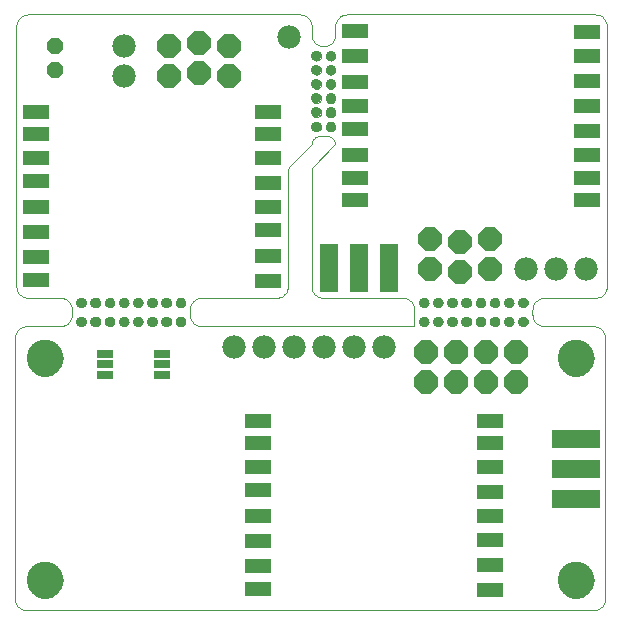
<source format=gbs>
G75*
%MOIN*%
%OFA0B0*%
%FSLAX24Y24*%
%IPPOS*%
%LPD*%
%AMOC8*
5,1,8,0,0,1.08239X$1,22.5*
%
%ADD10C,0.0000*%
%ADD11C,0.0355*%
%ADD12C,0.1221*%
%ADD13OC8,0.0780*%
%ADD14OC8,0.0555*%
%ADD15R,0.0900X0.0460*%
%ADD16C,0.0780*%
%ADD17R,0.0640X0.1640*%
%ADD18R,0.1640X0.0640*%
%ADD19R,0.0540X0.0290*%
D10*
X003717Y001725D02*
X003717Y010398D01*
X003719Y010437D01*
X003725Y010475D01*
X003734Y010512D01*
X003747Y010549D01*
X003764Y010584D01*
X003783Y010617D01*
X003806Y010648D01*
X003832Y010677D01*
X003861Y010703D01*
X003892Y010726D01*
X003925Y010745D01*
X003960Y010762D01*
X003997Y010775D01*
X004034Y010784D01*
X004072Y010790D01*
X004111Y010792D01*
X005225Y010792D01*
X005225Y010791D02*
X005264Y010793D01*
X005302Y010799D01*
X005339Y010808D01*
X005376Y010821D01*
X005411Y010838D01*
X005444Y010857D01*
X005475Y010880D01*
X005504Y010906D01*
X005530Y010935D01*
X005553Y010966D01*
X005572Y010999D01*
X005589Y011034D01*
X005602Y011071D01*
X005611Y011108D01*
X005617Y011146D01*
X005619Y011185D01*
X005618Y011185D02*
X005618Y011264D01*
X005619Y011342D01*
X005776Y011579D02*
X005778Y011604D01*
X005784Y011628D01*
X005793Y011650D01*
X005806Y011671D01*
X005822Y011690D01*
X005841Y011706D01*
X005862Y011719D01*
X005884Y011728D01*
X005908Y011734D01*
X005933Y011736D01*
X005958Y011734D01*
X005982Y011728D01*
X006004Y011719D01*
X006025Y011706D01*
X006044Y011690D01*
X006060Y011671D01*
X006073Y011650D01*
X006082Y011628D01*
X006088Y011604D01*
X006090Y011579D01*
X006088Y011554D01*
X006082Y011530D01*
X006073Y011508D01*
X006060Y011487D01*
X006044Y011468D01*
X006025Y011452D01*
X006004Y011439D01*
X005982Y011430D01*
X005958Y011424D01*
X005933Y011422D01*
X005908Y011424D01*
X005884Y011430D01*
X005862Y011439D01*
X005841Y011452D01*
X005822Y011468D01*
X005806Y011487D01*
X005793Y011508D01*
X005784Y011530D01*
X005778Y011554D01*
X005776Y011579D01*
X005225Y011736D02*
X004161Y011736D01*
X004122Y011738D01*
X004084Y011744D01*
X004047Y011753D01*
X004010Y011766D01*
X003975Y011783D01*
X003942Y011802D01*
X003911Y011825D01*
X003882Y011851D01*
X003856Y011880D01*
X003833Y011911D01*
X003814Y011944D01*
X003797Y011979D01*
X003784Y012016D01*
X003775Y012053D01*
X003769Y012091D01*
X003767Y012130D01*
X003767Y020791D01*
X003769Y020830D01*
X003775Y020868D01*
X003784Y020905D01*
X003797Y020942D01*
X003814Y020977D01*
X003833Y021010D01*
X003856Y021041D01*
X003882Y021070D01*
X003911Y021096D01*
X003942Y021119D01*
X003975Y021138D01*
X004010Y021155D01*
X004047Y021168D01*
X004084Y021177D01*
X004122Y021183D01*
X004161Y021185D01*
X013216Y021185D01*
X013254Y021183D01*
X013293Y021177D01*
X013330Y021168D01*
X013366Y021155D01*
X013401Y021139D01*
X013435Y021119D01*
X013466Y021096D01*
X013494Y021070D01*
X013520Y021041D01*
X013543Y021010D01*
X013563Y020977D01*
X013580Y020942D01*
X013593Y020906D01*
X013602Y020869D01*
X013608Y020831D01*
X013610Y020792D01*
X013609Y020792D02*
X013610Y020515D01*
X013609Y020515D02*
X013611Y020476D01*
X013617Y020438D01*
X013626Y020401D01*
X013639Y020364D01*
X013656Y020330D01*
X013676Y020297D01*
X013699Y020266D01*
X013725Y020237D01*
X013753Y020211D01*
X013784Y020188D01*
X013818Y020168D01*
X013852Y020152D01*
X013889Y020139D01*
X013926Y020130D01*
X013964Y020124D01*
X014003Y020122D01*
X014004Y020122D01*
X013611Y019807D02*
X013613Y019832D01*
X013619Y019856D01*
X013628Y019878D01*
X013641Y019899D01*
X013657Y019918D01*
X013676Y019934D01*
X013697Y019947D01*
X013719Y019956D01*
X013743Y019962D01*
X013768Y019964D01*
X013793Y019962D01*
X013817Y019956D01*
X013839Y019947D01*
X013860Y019934D01*
X013879Y019918D01*
X013895Y019899D01*
X013908Y019878D01*
X013917Y019856D01*
X013923Y019832D01*
X013925Y019807D01*
X013923Y019782D01*
X013917Y019758D01*
X013908Y019736D01*
X013895Y019715D01*
X013879Y019696D01*
X013860Y019680D01*
X013839Y019667D01*
X013817Y019658D01*
X013793Y019652D01*
X013768Y019650D01*
X013743Y019652D01*
X013719Y019658D01*
X013697Y019667D01*
X013676Y019680D01*
X013657Y019696D01*
X013641Y019715D01*
X013628Y019736D01*
X013619Y019758D01*
X013613Y019782D01*
X013611Y019807D01*
X013611Y019335D02*
X013613Y019360D01*
X013619Y019384D01*
X013628Y019406D01*
X013641Y019427D01*
X013657Y019446D01*
X013676Y019462D01*
X013697Y019475D01*
X013719Y019484D01*
X013743Y019490D01*
X013768Y019492D01*
X013793Y019490D01*
X013817Y019484D01*
X013839Y019475D01*
X013860Y019462D01*
X013879Y019446D01*
X013895Y019427D01*
X013908Y019406D01*
X013917Y019384D01*
X013923Y019360D01*
X013925Y019335D01*
X013923Y019310D01*
X013917Y019286D01*
X013908Y019264D01*
X013895Y019243D01*
X013879Y019224D01*
X013860Y019208D01*
X013839Y019195D01*
X013817Y019186D01*
X013793Y019180D01*
X013768Y019178D01*
X013743Y019180D01*
X013719Y019186D01*
X013697Y019195D01*
X013676Y019208D01*
X013657Y019224D01*
X013641Y019243D01*
X013628Y019264D01*
X013619Y019286D01*
X013613Y019310D01*
X013611Y019335D01*
X013611Y018863D02*
X013613Y018888D01*
X013619Y018912D01*
X013628Y018934D01*
X013641Y018955D01*
X013657Y018974D01*
X013676Y018990D01*
X013697Y019003D01*
X013719Y019012D01*
X013743Y019018D01*
X013768Y019020D01*
X013793Y019018D01*
X013817Y019012D01*
X013839Y019003D01*
X013860Y018990D01*
X013879Y018974D01*
X013895Y018955D01*
X013908Y018934D01*
X013917Y018912D01*
X013923Y018888D01*
X013925Y018863D01*
X013923Y018838D01*
X013917Y018814D01*
X013908Y018792D01*
X013895Y018771D01*
X013879Y018752D01*
X013860Y018736D01*
X013839Y018723D01*
X013817Y018714D01*
X013793Y018708D01*
X013768Y018706D01*
X013743Y018708D01*
X013719Y018714D01*
X013697Y018723D01*
X013676Y018736D01*
X013657Y018752D01*
X013641Y018771D01*
X013628Y018792D01*
X013619Y018814D01*
X013613Y018838D01*
X013611Y018863D01*
X014084Y018863D02*
X014086Y018888D01*
X014092Y018912D01*
X014101Y018934D01*
X014114Y018955D01*
X014130Y018974D01*
X014149Y018990D01*
X014170Y019003D01*
X014192Y019012D01*
X014216Y019018D01*
X014241Y019020D01*
X014266Y019018D01*
X014290Y019012D01*
X014312Y019003D01*
X014333Y018990D01*
X014352Y018974D01*
X014368Y018955D01*
X014381Y018934D01*
X014390Y018912D01*
X014396Y018888D01*
X014398Y018863D01*
X014396Y018838D01*
X014390Y018814D01*
X014381Y018792D01*
X014368Y018771D01*
X014352Y018752D01*
X014333Y018736D01*
X014312Y018723D01*
X014290Y018714D01*
X014266Y018708D01*
X014241Y018706D01*
X014216Y018708D01*
X014192Y018714D01*
X014170Y018723D01*
X014149Y018736D01*
X014130Y018752D01*
X014114Y018771D01*
X014101Y018792D01*
X014092Y018814D01*
X014086Y018838D01*
X014084Y018863D01*
X014084Y019335D02*
X014086Y019360D01*
X014092Y019384D01*
X014101Y019406D01*
X014114Y019427D01*
X014130Y019446D01*
X014149Y019462D01*
X014170Y019475D01*
X014192Y019484D01*
X014216Y019490D01*
X014241Y019492D01*
X014266Y019490D01*
X014290Y019484D01*
X014312Y019475D01*
X014333Y019462D01*
X014352Y019446D01*
X014368Y019427D01*
X014381Y019406D01*
X014390Y019384D01*
X014396Y019360D01*
X014398Y019335D01*
X014396Y019310D01*
X014390Y019286D01*
X014381Y019264D01*
X014368Y019243D01*
X014352Y019224D01*
X014333Y019208D01*
X014312Y019195D01*
X014290Y019186D01*
X014266Y019180D01*
X014241Y019178D01*
X014216Y019180D01*
X014192Y019186D01*
X014170Y019195D01*
X014149Y019208D01*
X014130Y019224D01*
X014114Y019243D01*
X014101Y019264D01*
X014092Y019286D01*
X014086Y019310D01*
X014084Y019335D01*
X014084Y019807D02*
X014086Y019832D01*
X014092Y019856D01*
X014101Y019878D01*
X014114Y019899D01*
X014130Y019918D01*
X014149Y019934D01*
X014170Y019947D01*
X014192Y019956D01*
X014216Y019962D01*
X014241Y019964D01*
X014266Y019962D01*
X014290Y019956D01*
X014312Y019947D01*
X014333Y019934D01*
X014352Y019918D01*
X014368Y019899D01*
X014381Y019878D01*
X014390Y019856D01*
X014396Y019832D01*
X014398Y019807D01*
X014396Y019782D01*
X014390Y019758D01*
X014381Y019736D01*
X014368Y019715D01*
X014352Y019696D01*
X014333Y019680D01*
X014312Y019667D01*
X014290Y019658D01*
X014266Y019652D01*
X014241Y019650D01*
X014216Y019652D01*
X014192Y019658D01*
X014170Y019667D01*
X014149Y019680D01*
X014130Y019696D01*
X014114Y019715D01*
X014101Y019736D01*
X014092Y019758D01*
X014086Y019782D01*
X014084Y019807D01*
X014004Y020122D02*
X014043Y020124D01*
X014081Y020130D01*
X014118Y020139D01*
X014155Y020152D01*
X014190Y020169D01*
X014223Y020188D01*
X014254Y020211D01*
X014283Y020237D01*
X014309Y020266D01*
X014332Y020297D01*
X014351Y020330D01*
X014368Y020365D01*
X014381Y020402D01*
X014390Y020439D01*
X014396Y020477D01*
X014398Y020516D01*
X014398Y020792D01*
X014400Y020831D01*
X014406Y020869D01*
X014415Y020906D01*
X014428Y020943D01*
X014445Y020978D01*
X014464Y021011D01*
X014487Y021042D01*
X014513Y021071D01*
X014542Y021097D01*
X014573Y021120D01*
X014606Y021139D01*
X014641Y021156D01*
X014678Y021169D01*
X014715Y021178D01*
X014753Y021184D01*
X014792Y021186D01*
X014792Y021185D02*
X023059Y021185D01*
X023059Y021186D02*
X023098Y021184D01*
X023136Y021178D01*
X023173Y021169D01*
X023210Y021156D01*
X023245Y021139D01*
X023278Y021120D01*
X023309Y021097D01*
X023338Y021071D01*
X023364Y021042D01*
X023387Y021011D01*
X023406Y020978D01*
X023423Y020943D01*
X023436Y020906D01*
X023445Y020869D01*
X023451Y020831D01*
X023453Y020792D01*
X023453Y012130D01*
X023451Y012091D01*
X023445Y012053D01*
X023436Y012016D01*
X023423Y011979D01*
X023406Y011944D01*
X023387Y011911D01*
X023364Y011880D01*
X023338Y011851D01*
X023309Y011825D01*
X023278Y011802D01*
X023245Y011783D01*
X023210Y011766D01*
X023173Y011753D01*
X023136Y011744D01*
X023098Y011738D01*
X023059Y011736D01*
X023059Y011737D02*
X021367Y011737D01*
X021328Y011735D01*
X021290Y011729D01*
X021253Y011720D01*
X021216Y011707D01*
X021181Y011690D01*
X021148Y011671D01*
X021117Y011648D01*
X021088Y011622D01*
X021062Y011593D01*
X021039Y011562D01*
X021020Y011529D01*
X021003Y011494D01*
X020990Y011457D01*
X020981Y011420D01*
X020975Y011382D01*
X020973Y011343D01*
X020973Y011304D01*
X020973Y011185D01*
X020501Y010949D02*
X020503Y010974D01*
X020509Y010998D01*
X020518Y011020D01*
X020531Y011041D01*
X020547Y011060D01*
X020566Y011076D01*
X020587Y011089D01*
X020609Y011098D01*
X020633Y011104D01*
X020658Y011106D01*
X020683Y011104D01*
X020707Y011098D01*
X020729Y011089D01*
X020750Y011076D01*
X020769Y011060D01*
X020785Y011041D01*
X020798Y011020D01*
X020807Y010998D01*
X020813Y010974D01*
X020815Y010949D01*
X020813Y010924D01*
X020807Y010900D01*
X020798Y010878D01*
X020785Y010857D01*
X020769Y010838D01*
X020750Y010822D01*
X020729Y010809D01*
X020707Y010800D01*
X020683Y010794D01*
X020658Y010792D01*
X020633Y010794D01*
X020609Y010800D01*
X020587Y010809D01*
X020566Y010822D01*
X020547Y010838D01*
X020531Y010857D01*
X020518Y010878D01*
X020509Y010900D01*
X020503Y010924D01*
X020501Y010949D01*
X020028Y010949D02*
X020030Y010974D01*
X020036Y010998D01*
X020045Y011020D01*
X020058Y011041D01*
X020074Y011060D01*
X020093Y011076D01*
X020114Y011089D01*
X020136Y011098D01*
X020160Y011104D01*
X020185Y011106D01*
X020210Y011104D01*
X020234Y011098D01*
X020256Y011089D01*
X020277Y011076D01*
X020296Y011060D01*
X020312Y011041D01*
X020325Y011020D01*
X020334Y010998D01*
X020340Y010974D01*
X020342Y010949D01*
X020340Y010924D01*
X020334Y010900D01*
X020325Y010878D01*
X020312Y010857D01*
X020296Y010838D01*
X020277Y010822D01*
X020256Y010809D01*
X020234Y010800D01*
X020210Y010794D01*
X020185Y010792D01*
X020160Y010794D01*
X020136Y010800D01*
X020114Y010809D01*
X020093Y010822D01*
X020074Y010838D01*
X020058Y010857D01*
X020045Y010878D01*
X020036Y010900D01*
X020030Y010924D01*
X020028Y010949D01*
X019556Y010949D02*
X019558Y010974D01*
X019564Y010998D01*
X019573Y011020D01*
X019586Y011041D01*
X019602Y011060D01*
X019621Y011076D01*
X019642Y011089D01*
X019664Y011098D01*
X019688Y011104D01*
X019713Y011106D01*
X019738Y011104D01*
X019762Y011098D01*
X019784Y011089D01*
X019805Y011076D01*
X019824Y011060D01*
X019840Y011041D01*
X019853Y011020D01*
X019862Y010998D01*
X019868Y010974D01*
X019870Y010949D01*
X019868Y010924D01*
X019862Y010900D01*
X019853Y010878D01*
X019840Y010857D01*
X019824Y010838D01*
X019805Y010822D01*
X019784Y010809D01*
X019762Y010800D01*
X019738Y010794D01*
X019713Y010792D01*
X019688Y010794D01*
X019664Y010800D01*
X019642Y010809D01*
X019621Y010822D01*
X019602Y010838D01*
X019586Y010857D01*
X019573Y010878D01*
X019564Y010900D01*
X019558Y010924D01*
X019556Y010949D01*
X019084Y010949D02*
X019086Y010974D01*
X019092Y010998D01*
X019101Y011020D01*
X019114Y011041D01*
X019130Y011060D01*
X019149Y011076D01*
X019170Y011089D01*
X019192Y011098D01*
X019216Y011104D01*
X019241Y011106D01*
X019266Y011104D01*
X019290Y011098D01*
X019312Y011089D01*
X019333Y011076D01*
X019352Y011060D01*
X019368Y011041D01*
X019381Y011020D01*
X019390Y010998D01*
X019396Y010974D01*
X019398Y010949D01*
X019396Y010924D01*
X019390Y010900D01*
X019381Y010878D01*
X019368Y010857D01*
X019352Y010838D01*
X019333Y010822D01*
X019312Y010809D01*
X019290Y010800D01*
X019266Y010794D01*
X019241Y010792D01*
X019216Y010794D01*
X019192Y010800D01*
X019170Y010809D01*
X019149Y010822D01*
X019130Y010838D01*
X019114Y010857D01*
X019101Y010878D01*
X019092Y010900D01*
X019086Y010924D01*
X019084Y010949D01*
X018611Y010949D02*
X018613Y010974D01*
X018619Y010998D01*
X018628Y011020D01*
X018641Y011041D01*
X018657Y011060D01*
X018676Y011076D01*
X018697Y011089D01*
X018719Y011098D01*
X018743Y011104D01*
X018768Y011106D01*
X018793Y011104D01*
X018817Y011098D01*
X018839Y011089D01*
X018860Y011076D01*
X018879Y011060D01*
X018895Y011041D01*
X018908Y011020D01*
X018917Y010998D01*
X018923Y010974D01*
X018925Y010949D01*
X018923Y010924D01*
X018917Y010900D01*
X018908Y010878D01*
X018895Y010857D01*
X018879Y010838D01*
X018860Y010822D01*
X018839Y010809D01*
X018817Y010800D01*
X018793Y010794D01*
X018768Y010792D01*
X018743Y010794D01*
X018719Y010800D01*
X018697Y010809D01*
X018676Y010822D01*
X018657Y010838D01*
X018641Y010857D01*
X018628Y010878D01*
X018619Y010900D01*
X018613Y010924D01*
X018611Y010949D01*
X018139Y010949D02*
X018141Y010974D01*
X018147Y010998D01*
X018156Y011020D01*
X018169Y011041D01*
X018185Y011060D01*
X018204Y011076D01*
X018225Y011089D01*
X018247Y011098D01*
X018271Y011104D01*
X018296Y011106D01*
X018321Y011104D01*
X018345Y011098D01*
X018367Y011089D01*
X018388Y011076D01*
X018407Y011060D01*
X018423Y011041D01*
X018436Y011020D01*
X018445Y010998D01*
X018451Y010974D01*
X018453Y010949D01*
X018451Y010924D01*
X018445Y010900D01*
X018436Y010878D01*
X018423Y010857D01*
X018407Y010838D01*
X018388Y010822D01*
X018367Y010809D01*
X018345Y010800D01*
X018321Y010794D01*
X018296Y010792D01*
X018271Y010794D01*
X018247Y010800D01*
X018225Y010809D01*
X018204Y010822D01*
X018185Y010838D01*
X018169Y010857D01*
X018156Y010878D01*
X018147Y010900D01*
X018141Y010924D01*
X018139Y010949D01*
X017666Y010949D02*
X017668Y010974D01*
X017674Y010998D01*
X017683Y011020D01*
X017696Y011041D01*
X017712Y011060D01*
X017731Y011076D01*
X017752Y011089D01*
X017774Y011098D01*
X017798Y011104D01*
X017823Y011106D01*
X017848Y011104D01*
X017872Y011098D01*
X017894Y011089D01*
X017915Y011076D01*
X017934Y011060D01*
X017950Y011041D01*
X017963Y011020D01*
X017972Y010998D01*
X017978Y010974D01*
X017980Y010949D01*
X017978Y010924D01*
X017972Y010900D01*
X017963Y010878D01*
X017950Y010857D01*
X017934Y010838D01*
X017915Y010822D01*
X017894Y010809D01*
X017872Y010800D01*
X017848Y010794D01*
X017823Y010792D01*
X017798Y010794D01*
X017774Y010800D01*
X017752Y010809D01*
X017731Y010822D01*
X017712Y010838D01*
X017696Y010857D01*
X017683Y010878D01*
X017674Y010900D01*
X017668Y010924D01*
X017666Y010949D01*
X017194Y010949D02*
X017196Y010974D01*
X017202Y010998D01*
X017211Y011020D01*
X017224Y011041D01*
X017240Y011060D01*
X017259Y011076D01*
X017280Y011089D01*
X017302Y011098D01*
X017326Y011104D01*
X017351Y011106D01*
X017376Y011104D01*
X017400Y011098D01*
X017422Y011089D01*
X017443Y011076D01*
X017462Y011060D01*
X017478Y011041D01*
X017491Y011020D01*
X017500Y010998D01*
X017506Y010974D01*
X017508Y010949D01*
X017506Y010924D01*
X017500Y010900D01*
X017491Y010878D01*
X017478Y010857D01*
X017462Y010838D01*
X017443Y010822D01*
X017422Y010809D01*
X017400Y010800D01*
X017376Y010794D01*
X017351Y010792D01*
X017326Y010794D01*
X017302Y010800D01*
X017280Y010809D01*
X017259Y010822D01*
X017240Y010838D01*
X017224Y010857D01*
X017211Y010878D01*
X017202Y010900D01*
X017196Y010924D01*
X017194Y010949D01*
X017036Y010792D02*
X009949Y010792D01*
X009949Y010791D02*
X009910Y010793D01*
X009872Y010799D01*
X009835Y010808D01*
X009798Y010821D01*
X009763Y010838D01*
X009730Y010857D01*
X009699Y010880D01*
X009670Y010906D01*
X009644Y010935D01*
X009621Y010966D01*
X009602Y010999D01*
X009585Y011034D01*
X009572Y011071D01*
X009563Y011108D01*
X009557Y011146D01*
X009555Y011185D01*
X009555Y011225D01*
X009555Y011343D01*
X009084Y011579D02*
X009086Y011604D01*
X009092Y011628D01*
X009101Y011650D01*
X009114Y011671D01*
X009130Y011690D01*
X009149Y011706D01*
X009170Y011719D01*
X009192Y011728D01*
X009216Y011734D01*
X009241Y011736D01*
X009266Y011734D01*
X009290Y011728D01*
X009312Y011719D01*
X009333Y011706D01*
X009352Y011690D01*
X009368Y011671D01*
X009381Y011650D01*
X009390Y011628D01*
X009396Y011604D01*
X009398Y011579D01*
X009396Y011554D01*
X009390Y011530D01*
X009381Y011508D01*
X009368Y011487D01*
X009352Y011468D01*
X009333Y011452D01*
X009312Y011439D01*
X009290Y011430D01*
X009266Y011424D01*
X009241Y011422D01*
X009216Y011424D01*
X009192Y011430D01*
X009170Y011439D01*
X009149Y011452D01*
X009130Y011468D01*
X009114Y011487D01*
X009101Y011508D01*
X009092Y011530D01*
X009086Y011554D01*
X009084Y011579D01*
X008611Y011579D02*
X008613Y011604D01*
X008619Y011628D01*
X008628Y011650D01*
X008641Y011671D01*
X008657Y011690D01*
X008676Y011706D01*
X008697Y011719D01*
X008719Y011728D01*
X008743Y011734D01*
X008768Y011736D01*
X008793Y011734D01*
X008817Y011728D01*
X008839Y011719D01*
X008860Y011706D01*
X008879Y011690D01*
X008895Y011671D01*
X008908Y011650D01*
X008917Y011628D01*
X008923Y011604D01*
X008925Y011579D01*
X008923Y011554D01*
X008917Y011530D01*
X008908Y011508D01*
X008895Y011487D01*
X008879Y011468D01*
X008860Y011452D01*
X008839Y011439D01*
X008817Y011430D01*
X008793Y011424D01*
X008768Y011422D01*
X008743Y011424D01*
X008719Y011430D01*
X008697Y011439D01*
X008676Y011452D01*
X008657Y011468D01*
X008641Y011487D01*
X008628Y011508D01*
X008619Y011530D01*
X008613Y011554D01*
X008611Y011579D01*
X008139Y011579D02*
X008141Y011604D01*
X008147Y011628D01*
X008156Y011650D01*
X008169Y011671D01*
X008185Y011690D01*
X008204Y011706D01*
X008225Y011719D01*
X008247Y011728D01*
X008271Y011734D01*
X008296Y011736D01*
X008321Y011734D01*
X008345Y011728D01*
X008367Y011719D01*
X008388Y011706D01*
X008407Y011690D01*
X008423Y011671D01*
X008436Y011650D01*
X008445Y011628D01*
X008451Y011604D01*
X008453Y011579D01*
X008451Y011554D01*
X008445Y011530D01*
X008436Y011508D01*
X008423Y011487D01*
X008407Y011468D01*
X008388Y011452D01*
X008367Y011439D01*
X008345Y011430D01*
X008321Y011424D01*
X008296Y011422D01*
X008271Y011424D01*
X008247Y011430D01*
X008225Y011439D01*
X008204Y011452D01*
X008185Y011468D01*
X008169Y011487D01*
X008156Y011508D01*
X008147Y011530D01*
X008141Y011554D01*
X008139Y011579D01*
X007666Y011579D02*
X007668Y011604D01*
X007674Y011628D01*
X007683Y011650D01*
X007696Y011671D01*
X007712Y011690D01*
X007731Y011706D01*
X007752Y011719D01*
X007774Y011728D01*
X007798Y011734D01*
X007823Y011736D01*
X007848Y011734D01*
X007872Y011728D01*
X007894Y011719D01*
X007915Y011706D01*
X007934Y011690D01*
X007950Y011671D01*
X007963Y011650D01*
X007972Y011628D01*
X007978Y011604D01*
X007980Y011579D01*
X007978Y011554D01*
X007972Y011530D01*
X007963Y011508D01*
X007950Y011487D01*
X007934Y011468D01*
X007915Y011452D01*
X007894Y011439D01*
X007872Y011430D01*
X007848Y011424D01*
X007823Y011422D01*
X007798Y011424D01*
X007774Y011430D01*
X007752Y011439D01*
X007731Y011452D01*
X007712Y011468D01*
X007696Y011487D01*
X007683Y011508D01*
X007674Y011530D01*
X007668Y011554D01*
X007666Y011579D01*
X007194Y011579D02*
X007196Y011604D01*
X007202Y011628D01*
X007211Y011650D01*
X007224Y011671D01*
X007240Y011690D01*
X007259Y011706D01*
X007280Y011719D01*
X007302Y011728D01*
X007326Y011734D01*
X007351Y011736D01*
X007376Y011734D01*
X007400Y011728D01*
X007422Y011719D01*
X007443Y011706D01*
X007462Y011690D01*
X007478Y011671D01*
X007491Y011650D01*
X007500Y011628D01*
X007506Y011604D01*
X007508Y011579D01*
X007506Y011554D01*
X007500Y011530D01*
X007491Y011508D01*
X007478Y011487D01*
X007462Y011468D01*
X007443Y011452D01*
X007422Y011439D01*
X007400Y011430D01*
X007376Y011424D01*
X007351Y011422D01*
X007326Y011424D01*
X007302Y011430D01*
X007280Y011439D01*
X007259Y011452D01*
X007240Y011468D01*
X007224Y011487D01*
X007211Y011508D01*
X007202Y011530D01*
X007196Y011554D01*
X007194Y011579D01*
X006721Y011579D02*
X006723Y011604D01*
X006729Y011628D01*
X006738Y011650D01*
X006751Y011671D01*
X006767Y011690D01*
X006786Y011706D01*
X006807Y011719D01*
X006829Y011728D01*
X006853Y011734D01*
X006878Y011736D01*
X006903Y011734D01*
X006927Y011728D01*
X006949Y011719D01*
X006970Y011706D01*
X006989Y011690D01*
X007005Y011671D01*
X007018Y011650D01*
X007027Y011628D01*
X007033Y011604D01*
X007035Y011579D01*
X007033Y011554D01*
X007027Y011530D01*
X007018Y011508D01*
X007005Y011487D01*
X006989Y011468D01*
X006970Y011452D01*
X006949Y011439D01*
X006927Y011430D01*
X006903Y011424D01*
X006878Y011422D01*
X006853Y011424D01*
X006829Y011430D01*
X006807Y011439D01*
X006786Y011452D01*
X006767Y011468D01*
X006751Y011487D01*
X006738Y011508D01*
X006729Y011530D01*
X006723Y011554D01*
X006721Y011579D01*
X006249Y011579D02*
X006251Y011604D01*
X006257Y011628D01*
X006266Y011650D01*
X006279Y011671D01*
X006295Y011690D01*
X006314Y011706D01*
X006335Y011719D01*
X006357Y011728D01*
X006381Y011734D01*
X006406Y011736D01*
X006431Y011734D01*
X006455Y011728D01*
X006477Y011719D01*
X006498Y011706D01*
X006517Y011690D01*
X006533Y011671D01*
X006546Y011650D01*
X006555Y011628D01*
X006561Y011604D01*
X006563Y011579D01*
X006561Y011554D01*
X006555Y011530D01*
X006546Y011508D01*
X006533Y011487D01*
X006517Y011468D01*
X006498Y011452D01*
X006477Y011439D01*
X006455Y011430D01*
X006431Y011424D01*
X006406Y011422D01*
X006381Y011424D01*
X006357Y011430D01*
X006335Y011439D01*
X006314Y011452D01*
X006295Y011468D01*
X006279Y011487D01*
X006266Y011508D01*
X006257Y011530D01*
X006251Y011554D01*
X006249Y011579D01*
X006249Y010949D02*
X006251Y010974D01*
X006257Y010998D01*
X006266Y011020D01*
X006279Y011041D01*
X006295Y011060D01*
X006314Y011076D01*
X006335Y011089D01*
X006357Y011098D01*
X006381Y011104D01*
X006406Y011106D01*
X006431Y011104D01*
X006455Y011098D01*
X006477Y011089D01*
X006498Y011076D01*
X006517Y011060D01*
X006533Y011041D01*
X006546Y011020D01*
X006555Y010998D01*
X006561Y010974D01*
X006563Y010949D01*
X006561Y010924D01*
X006555Y010900D01*
X006546Y010878D01*
X006533Y010857D01*
X006517Y010838D01*
X006498Y010822D01*
X006477Y010809D01*
X006455Y010800D01*
X006431Y010794D01*
X006406Y010792D01*
X006381Y010794D01*
X006357Y010800D01*
X006335Y010809D01*
X006314Y010822D01*
X006295Y010838D01*
X006279Y010857D01*
X006266Y010878D01*
X006257Y010900D01*
X006251Y010924D01*
X006249Y010949D01*
X005776Y010949D02*
X005778Y010974D01*
X005784Y010998D01*
X005793Y011020D01*
X005806Y011041D01*
X005822Y011060D01*
X005841Y011076D01*
X005862Y011089D01*
X005884Y011098D01*
X005908Y011104D01*
X005933Y011106D01*
X005958Y011104D01*
X005982Y011098D01*
X006004Y011089D01*
X006025Y011076D01*
X006044Y011060D01*
X006060Y011041D01*
X006073Y011020D01*
X006082Y010998D01*
X006088Y010974D01*
X006090Y010949D01*
X006088Y010924D01*
X006082Y010900D01*
X006073Y010878D01*
X006060Y010857D01*
X006044Y010838D01*
X006025Y010822D01*
X006004Y010809D01*
X005982Y010800D01*
X005958Y010794D01*
X005933Y010792D01*
X005908Y010794D01*
X005884Y010800D01*
X005862Y010809D01*
X005841Y010822D01*
X005822Y010838D01*
X005806Y010857D01*
X005793Y010878D01*
X005784Y010900D01*
X005778Y010924D01*
X005776Y010949D01*
X005619Y011343D02*
X005617Y011381D01*
X005611Y011420D01*
X005602Y011457D01*
X005589Y011494D01*
X005573Y011529D01*
X005553Y011562D01*
X005530Y011593D01*
X005504Y011622D01*
X005475Y011648D01*
X005444Y011671D01*
X005411Y011690D01*
X005376Y011707D01*
X005339Y011720D01*
X005302Y011729D01*
X005264Y011735D01*
X005225Y011737D01*
X006721Y010949D02*
X006723Y010974D01*
X006729Y010998D01*
X006738Y011020D01*
X006751Y011041D01*
X006767Y011060D01*
X006786Y011076D01*
X006807Y011089D01*
X006829Y011098D01*
X006853Y011104D01*
X006878Y011106D01*
X006903Y011104D01*
X006927Y011098D01*
X006949Y011089D01*
X006970Y011076D01*
X006989Y011060D01*
X007005Y011041D01*
X007018Y011020D01*
X007027Y010998D01*
X007033Y010974D01*
X007035Y010949D01*
X007033Y010924D01*
X007027Y010900D01*
X007018Y010878D01*
X007005Y010857D01*
X006989Y010838D01*
X006970Y010822D01*
X006949Y010809D01*
X006927Y010800D01*
X006903Y010794D01*
X006878Y010792D01*
X006853Y010794D01*
X006829Y010800D01*
X006807Y010809D01*
X006786Y010822D01*
X006767Y010838D01*
X006751Y010857D01*
X006738Y010878D01*
X006729Y010900D01*
X006723Y010924D01*
X006721Y010949D01*
X007194Y010949D02*
X007196Y010974D01*
X007202Y010998D01*
X007211Y011020D01*
X007224Y011041D01*
X007240Y011060D01*
X007259Y011076D01*
X007280Y011089D01*
X007302Y011098D01*
X007326Y011104D01*
X007351Y011106D01*
X007376Y011104D01*
X007400Y011098D01*
X007422Y011089D01*
X007443Y011076D01*
X007462Y011060D01*
X007478Y011041D01*
X007491Y011020D01*
X007500Y010998D01*
X007506Y010974D01*
X007508Y010949D01*
X007506Y010924D01*
X007500Y010900D01*
X007491Y010878D01*
X007478Y010857D01*
X007462Y010838D01*
X007443Y010822D01*
X007422Y010809D01*
X007400Y010800D01*
X007376Y010794D01*
X007351Y010792D01*
X007326Y010794D01*
X007302Y010800D01*
X007280Y010809D01*
X007259Y010822D01*
X007240Y010838D01*
X007224Y010857D01*
X007211Y010878D01*
X007202Y010900D01*
X007196Y010924D01*
X007194Y010949D01*
X007666Y010949D02*
X007668Y010974D01*
X007674Y010998D01*
X007683Y011020D01*
X007696Y011041D01*
X007712Y011060D01*
X007731Y011076D01*
X007752Y011089D01*
X007774Y011098D01*
X007798Y011104D01*
X007823Y011106D01*
X007848Y011104D01*
X007872Y011098D01*
X007894Y011089D01*
X007915Y011076D01*
X007934Y011060D01*
X007950Y011041D01*
X007963Y011020D01*
X007972Y010998D01*
X007978Y010974D01*
X007980Y010949D01*
X007978Y010924D01*
X007972Y010900D01*
X007963Y010878D01*
X007950Y010857D01*
X007934Y010838D01*
X007915Y010822D01*
X007894Y010809D01*
X007872Y010800D01*
X007848Y010794D01*
X007823Y010792D01*
X007798Y010794D01*
X007774Y010800D01*
X007752Y010809D01*
X007731Y010822D01*
X007712Y010838D01*
X007696Y010857D01*
X007683Y010878D01*
X007674Y010900D01*
X007668Y010924D01*
X007666Y010949D01*
X008139Y010949D02*
X008141Y010974D01*
X008147Y010998D01*
X008156Y011020D01*
X008169Y011041D01*
X008185Y011060D01*
X008204Y011076D01*
X008225Y011089D01*
X008247Y011098D01*
X008271Y011104D01*
X008296Y011106D01*
X008321Y011104D01*
X008345Y011098D01*
X008367Y011089D01*
X008388Y011076D01*
X008407Y011060D01*
X008423Y011041D01*
X008436Y011020D01*
X008445Y010998D01*
X008451Y010974D01*
X008453Y010949D01*
X008451Y010924D01*
X008445Y010900D01*
X008436Y010878D01*
X008423Y010857D01*
X008407Y010838D01*
X008388Y010822D01*
X008367Y010809D01*
X008345Y010800D01*
X008321Y010794D01*
X008296Y010792D01*
X008271Y010794D01*
X008247Y010800D01*
X008225Y010809D01*
X008204Y010822D01*
X008185Y010838D01*
X008169Y010857D01*
X008156Y010878D01*
X008147Y010900D01*
X008141Y010924D01*
X008139Y010949D01*
X008611Y010949D02*
X008613Y010974D01*
X008619Y010998D01*
X008628Y011020D01*
X008641Y011041D01*
X008657Y011060D01*
X008676Y011076D01*
X008697Y011089D01*
X008719Y011098D01*
X008743Y011104D01*
X008768Y011106D01*
X008793Y011104D01*
X008817Y011098D01*
X008839Y011089D01*
X008860Y011076D01*
X008879Y011060D01*
X008895Y011041D01*
X008908Y011020D01*
X008917Y010998D01*
X008923Y010974D01*
X008925Y010949D01*
X008923Y010924D01*
X008917Y010900D01*
X008908Y010878D01*
X008895Y010857D01*
X008879Y010838D01*
X008860Y010822D01*
X008839Y010809D01*
X008817Y010800D01*
X008793Y010794D01*
X008768Y010792D01*
X008743Y010794D01*
X008719Y010800D01*
X008697Y010809D01*
X008676Y010822D01*
X008657Y010838D01*
X008641Y010857D01*
X008628Y010878D01*
X008619Y010900D01*
X008613Y010924D01*
X008611Y010949D01*
X009084Y010949D02*
X009086Y010974D01*
X009092Y010998D01*
X009101Y011020D01*
X009114Y011041D01*
X009130Y011060D01*
X009149Y011076D01*
X009170Y011089D01*
X009192Y011098D01*
X009216Y011104D01*
X009241Y011106D01*
X009266Y011104D01*
X009290Y011098D01*
X009312Y011089D01*
X009333Y011076D01*
X009352Y011060D01*
X009368Y011041D01*
X009381Y011020D01*
X009390Y010998D01*
X009396Y010974D01*
X009398Y010949D01*
X009396Y010924D01*
X009390Y010900D01*
X009381Y010878D01*
X009368Y010857D01*
X009352Y010838D01*
X009333Y010822D01*
X009312Y010809D01*
X009290Y010800D01*
X009266Y010794D01*
X009241Y010792D01*
X009216Y010794D01*
X009192Y010800D01*
X009170Y010809D01*
X009149Y010822D01*
X009130Y010838D01*
X009114Y010857D01*
X009101Y010878D01*
X009092Y010900D01*
X009086Y010924D01*
X009084Y010949D01*
X009555Y011343D02*
X009557Y011382D01*
X009563Y011420D01*
X009572Y011457D01*
X009585Y011494D01*
X009602Y011529D01*
X009621Y011562D01*
X009644Y011593D01*
X009670Y011622D01*
X009699Y011648D01*
X009730Y011671D01*
X009763Y011690D01*
X009798Y011707D01*
X009835Y011720D01*
X009872Y011729D01*
X009910Y011735D01*
X009949Y011737D01*
X012428Y011736D01*
X012467Y011738D01*
X012505Y011744D01*
X012542Y011754D01*
X012579Y011767D01*
X012613Y011783D01*
X012647Y011803D01*
X012677Y011826D01*
X012706Y011852D01*
X012732Y011881D01*
X012755Y011911D01*
X012775Y011944D01*
X012791Y011979D01*
X012804Y012016D01*
X012814Y012053D01*
X012820Y012091D01*
X012822Y012129D01*
X012822Y012130D02*
X012822Y015904D01*
X012824Y015943D01*
X012830Y015981D01*
X012839Y016018D01*
X012852Y016055D01*
X012869Y016090D01*
X012888Y016123D01*
X012911Y016154D01*
X012937Y016183D01*
X012937Y016182D02*
X013609Y016854D01*
X013610Y016854D02*
X013612Y016885D01*
X013617Y016916D01*
X013626Y016945D01*
X013638Y016974D01*
X013653Y017001D01*
X013671Y017026D01*
X013692Y017049D01*
X013715Y017070D01*
X013740Y017088D01*
X013767Y017103D01*
X013796Y017115D01*
X013826Y017123D01*
X013856Y017128D01*
X013887Y017130D01*
X014004Y017130D01*
X014122Y017130D01*
X014122Y017131D02*
X014153Y017129D01*
X014183Y017124D01*
X014213Y017116D01*
X014242Y017104D01*
X014269Y017089D01*
X014294Y017071D01*
X014317Y017050D01*
X014338Y017027D01*
X014356Y017002D01*
X014371Y016975D01*
X014383Y016946D01*
X014391Y016916D01*
X014396Y016886D01*
X014398Y016855D01*
X013611Y016067D01*
X013611Y012130D01*
X013610Y012130D02*
X013612Y012091D01*
X013618Y012053D01*
X013627Y012016D01*
X013640Y011979D01*
X013657Y011944D01*
X013676Y011911D01*
X013699Y011880D01*
X013725Y011851D01*
X013754Y011825D01*
X013785Y011802D01*
X013818Y011783D01*
X013853Y011766D01*
X013890Y011753D01*
X013927Y011744D01*
X013965Y011738D01*
X014004Y011736D01*
X014004Y011737D02*
X016642Y011737D01*
X016681Y011735D01*
X016719Y011729D01*
X016756Y011720D01*
X016793Y011707D01*
X016828Y011690D01*
X016861Y011671D01*
X016892Y011648D01*
X016921Y011622D01*
X016947Y011593D01*
X016970Y011562D01*
X016989Y011529D01*
X017006Y011494D01*
X017019Y011457D01*
X017028Y011420D01*
X017034Y011382D01*
X017036Y011343D01*
X017036Y011304D01*
X017036Y011225D01*
X017036Y010792D01*
X017194Y011579D02*
X017196Y011604D01*
X017202Y011628D01*
X017211Y011650D01*
X017224Y011671D01*
X017240Y011690D01*
X017259Y011706D01*
X017280Y011719D01*
X017302Y011728D01*
X017326Y011734D01*
X017351Y011736D01*
X017376Y011734D01*
X017400Y011728D01*
X017422Y011719D01*
X017443Y011706D01*
X017462Y011690D01*
X017478Y011671D01*
X017491Y011650D01*
X017500Y011628D01*
X017506Y011604D01*
X017508Y011579D01*
X017506Y011554D01*
X017500Y011530D01*
X017491Y011508D01*
X017478Y011487D01*
X017462Y011468D01*
X017443Y011452D01*
X017422Y011439D01*
X017400Y011430D01*
X017376Y011424D01*
X017351Y011422D01*
X017326Y011424D01*
X017302Y011430D01*
X017280Y011439D01*
X017259Y011452D01*
X017240Y011468D01*
X017224Y011487D01*
X017211Y011508D01*
X017202Y011530D01*
X017196Y011554D01*
X017194Y011579D01*
X017666Y011579D02*
X017668Y011604D01*
X017674Y011628D01*
X017683Y011650D01*
X017696Y011671D01*
X017712Y011690D01*
X017731Y011706D01*
X017752Y011719D01*
X017774Y011728D01*
X017798Y011734D01*
X017823Y011736D01*
X017848Y011734D01*
X017872Y011728D01*
X017894Y011719D01*
X017915Y011706D01*
X017934Y011690D01*
X017950Y011671D01*
X017963Y011650D01*
X017972Y011628D01*
X017978Y011604D01*
X017980Y011579D01*
X017978Y011554D01*
X017972Y011530D01*
X017963Y011508D01*
X017950Y011487D01*
X017934Y011468D01*
X017915Y011452D01*
X017894Y011439D01*
X017872Y011430D01*
X017848Y011424D01*
X017823Y011422D01*
X017798Y011424D01*
X017774Y011430D01*
X017752Y011439D01*
X017731Y011452D01*
X017712Y011468D01*
X017696Y011487D01*
X017683Y011508D01*
X017674Y011530D01*
X017668Y011554D01*
X017666Y011579D01*
X018139Y011579D02*
X018141Y011604D01*
X018147Y011628D01*
X018156Y011650D01*
X018169Y011671D01*
X018185Y011690D01*
X018204Y011706D01*
X018225Y011719D01*
X018247Y011728D01*
X018271Y011734D01*
X018296Y011736D01*
X018321Y011734D01*
X018345Y011728D01*
X018367Y011719D01*
X018388Y011706D01*
X018407Y011690D01*
X018423Y011671D01*
X018436Y011650D01*
X018445Y011628D01*
X018451Y011604D01*
X018453Y011579D01*
X018451Y011554D01*
X018445Y011530D01*
X018436Y011508D01*
X018423Y011487D01*
X018407Y011468D01*
X018388Y011452D01*
X018367Y011439D01*
X018345Y011430D01*
X018321Y011424D01*
X018296Y011422D01*
X018271Y011424D01*
X018247Y011430D01*
X018225Y011439D01*
X018204Y011452D01*
X018185Y011468D01*
X018169Y011487D01*
X018156Y011508D01*
X018147Y011530D01*
X018141Y011554D01*
X018139Y011579D01*
X018611Y011579D02*
X018613Y011604D01*
X018619Y011628D01*
X018628Y011650D01*
X018641Y011671D01*
X018657Y011690D01*
X018676Y011706D01*
X018697Y011719D01*
X018719Y011728D01*
X018743Y011734D01*
X018768Y011736D01*
X018793Y011734D01*
X018817Y011728D01*
X018839Y011719D01*
X018860Y011706D01*
X018879Y011690D01*
X018895Y011671D01*
X018908Y011650D01*
X018917Y011628D01*
X018923Y011604D01*
X018925Y011579D01*
X018923Y011554D01*
X018917Y011530D01*
X018908Y011508D01*
X018895Y011487D01*
X018879Y011468D01*
X018860Y011452D01*
X018839Y011439D01*
X018817Y011430D01*
X018793Y011424D01*
X018768Y011422D01*
X018743Y011424D01*
X018719Y011430D01*
X018697Y011439D01*
X018676Y011452D01*
X018657Y011468D01*
X018641Y011487D01*
X018628Y011508D01*
X018619Y011530D01*
X018613Y011554D01*
X018611Y011579D01*
X019084Y011579D02*
X019086Y011604D01*
X019092Y011628D01*
X019101Y011650D01*
X019114Y011671D01*
X019130Y011690D01*
X019149Y011706D01*
X019170Y011719D01*
X019192Y011728D01*
X019216Y011734D01*
X019241Y011736D01*
X019266Y011734D01*
X019290Y011728D01*
X019312Y011719D01*
X019333Y011706D01*
X019352Y011690D01*
X019368Y011671D01*
X019381Y011650D01*
X019390Y011628D01*
X019396Y011604D01*
X019398Y011579D01*
X019396Y011554D01*
X019390Y011530D01*
X019381Y011508D01*
X019368Y011487D01*
X019352Y011468D01*
X019333Y011452D01*
X019312Y011439D01*
X019290Y011430D01*
X019266Y011424D01*
X019241Y011422D01*
X019216Y011424D01*
X019192Y011430D01*
X019170Y011439D01*
X019149Y011452D01*
X019130Y011468D01*
X019114Y011487D01*
X019101Y011508D01*
X019092Y011530D01*
X019086Y011554D01*
X019084Y011579D01*
X019556Y011579D02*
X019558Y011604D01*
X019564Y011628D01*
X019573Y011650D01*
X019586Y011671D01*
X019602Y011690D01*
X019621Y011706D01*
X019642Y011719D01*
X019664Y011728D01*
X019688Y011734D01*
X019713Y011736D01*
X019738Y011734D01*
X019762Y011728D01*
X019784Y011719D01*
X019805Y011706D01*
X019824Y011690D01*
X019840Y011671D01*
X019853Y011650D01*
X019862Y011628D01*
X019868Y011604D01*
X019870Y011579D01*
X019868Y011554D01*
X019862Y011530D01*
X019853Y011508D01*
X019840Y011487D01*
X019824Y011468D01*
X019805Y011452D01*
X019784Y011439D01*
X019762Y011430D01*
X019738Y011424D01*
X019713Y011422D01*
X019688Y011424D01*
X019664Y011430D01*
X019642Y011439D01*
X019621Y011452D01*
X019602Y011468D01*
X019586Y011487D01*
X019573Y011508D01*
X019564Y011530D01*
X019558Y011554D01*
X019556Y011579D01*
X020028Y011579D02*
X020030Y011604D01*
X020036Y011628D01*
X020045Y011650D01*
X020058Y011671D01*
X020074Y011690D01*
X020093Y011706D01*
X020114Y011719D01*
X020136Y011728D01*
X020160Y011734D01*
X020185Y011736D01*
X020210Y011734D01*
X020234Y011728D01*
X020256Y011719D01*
X020277Y011706D01*
X020296Y011690D01*
X020312Y011671D01*
X020325Y011650D01*
X020334Y011628D01*
X020340Y011604D01*
X020342Y011579D01*
X020340Y011554D01*
X020334Y011530D01*
X020325Y011508D01*
X020312Y011487D01*
X020296Y011468D01*
X020277Y011452D01*
X020256Y011439D01*
X020234Y011430D01*
X020210Y011424D01*
X020185Y011422D01*
X020160Y011424D01*
X020136Y011430D01*
X020114Y011439D01*
X020093Y011452D01*
X020074Y011468D01*
X020058Y011487D01*
X020045Y011508D01*
X020036Y011530D01*
X020030Y011554D01*
X020028Y011579D01*
X020501Y011579D02*
X020503Y011604D01*
X020509Y011628D01*
X020518Y011650D01*
X020531Y011671D01*
X020547Y011690D01*
X020566Y011706D01*
X020587Y011719D01*
X020609Y011728D01*
X020633Y011734D01*
X020658Y011736D01*
X020683Y011734D01*
X020707Y011728D01*
X020729Y011719D01*
X020750Y011706D01*
X020769Y011690D01*
X020785Y011671D01*
X020798Y011650D01*
X020807Y011628D01*
X020813Y011604D01*
X020815Y011579D01*
X020813Y011554D01*
X020807Y011530D01*
X020798Y011508D01*
X020785Y011487D01*
X020769Y011468D01*
X020750Y011452D01*
X020729Y011439D01*
X020707Y011430D01*
X020683Y011424D01*
X020658Y011422D01*
X020633Y011424D01*
X020609Y011430D01*
X020587Y011439D01*
X020566Y011452D01*
X020547Y011468D01*
X020531Y011487D01*
X020518Y011508D01*
X020509Y011530D01*
X020503Y011554D01*
X020501Y011579D01*
X020973Y011185D02*
X020975Y011146D01*
X020981Y011108D01*
X020990Y011071D01*
X021003Y011034D01*
X021020Y010999D01*
X021039Y010966D01*
X021062Y010935D01*
X021088Y010906D01*
X021117Y010880D01*
X021148Y010857D01*
X021181Y010838D01*
X021216Y010821D01*
X021253Y010808D01*
X021290Y010799D01*
X021328Y010793D01*
X021367Y010791D01*
X021367Y010792D02*
X023008Y010792D01*
X023047Y010790D01*
X023085Y010784D01*
X023122Y010775D01*
X023159Y010762D01*
X023194Y010745D01*
X023227Y010726D01*
X023258Y010703D01*
X023287Y010677D01*
X023313Y010648D01*
X023336Y010617D01*
X023355Y010584D01*
X023372Y010549D01*
X023385Y010512D01*
X023394Y010475D01*
X023400Y010437D01*
X023402Y010398D01*
X023402Y001725D01*
X023400Y001686D01*
X023394Y001648D01*
X023385Y001611D01*
X023372Y001574D01*
X023355Y001539D01*
X023336Y001506D01*
X023313Y001475D01*
X023287Y001446D01*
X023258Y001420D01*
X023227Y001397D01*
X023194Y001378D01*
X023159Y001361D01*
X023122Y001348D01*
X023085Y001339D01*
X023047Y001333D01*
X023008Y001331D01*
X004111Y001331D01*
X004072Y001333D01*
X004034Y001339D01*
X003997Y001348D01*
X003960Y001361D01*
X003925Y001378D01*
X003892Y001397D01*
X003861Y001420D01*
X003832Y001446D01*
X003806Y001475D01*
X003783Y001506D01*
X003764Y001539D01*
X003747Y001574D01*
X003734Y001611D01*
X003725Y001648D01*
X003719Y001686D01*
X003717Y001725D01*
X004126Y002331D02*
X004128Y002379D01*
X004134Y002427D01*
X004144Y002474D01*
X004157Y002520D01*
X004175Y002565D01*
X004195Y002609D01*
X004220Y002651D01*
X004248Y002690D01*
X004278Y002727D01*
X004312Y002761D01*
X004349Y002793D01*
X004387Y002822D01*
X004428Y002847D01*
X004471Y002869D01*
X004516Y002887D01*
X004562Y002901D01*
X004609Y002912D01*
X004657Y002919D01*
X004705Y002922D01*
X004753Y002921D01*
X004801Y002916D01*
X004849Y002907D01*
X004895Y002895D01*
X004940Y002878D01*
X004984Y002858D01*
X005026Y002835D01*
X005066Y002808D01*
X005104Y002778D01*
X005139Y002745D01*
X005171Y002709D01*
X005201Y002671D01*
X005227Y002630D01*
X005249Y002587D01*
X005269Y002543D01*
X005284Y002498D01*
X005296Y002451D01*
X005304Y002403D01*
X005308Y002355D01*
X005308Y002307D01*
X005304Y002259D01*
X005296Y002211D01*
X005284Y002164D01*
X005269Y002119D01*
X005249Y002075D01*
X005227Y002032D01*
X005201Y001991D01*
X005171Y001953D01*
X005139Y001917D01*
X005104Y001884D01*
X005066Y001854D01*
X005026Y001827D01*
X004984Y001804D01*
X004940Y001784D01*
X004895Y001767D01*
X004849Y001755D01*
X004801Y001746D01*
X004753Y001741D01*
X004705Y001740D01*
X004657Y001743D01*
X004609Y001750D01*
X004562Y001761D01*
X004516Y001775D01*
X004471Y001793D01*
X004428Y001815D01*
X004387Y001840D01*
X004349Y001869D01*
X004312Y001901D01*
X004278Y001935D01*
X004248Y001972D01*
X004220Y002011D01*
X004195Y002053D01*
X004175Y002097D01*
X004157Y002142D01*
X004144Y002188D01*
X004134Y002235D01*
X004128Y002283D01*
X004126Y002331D01*
X004126Y009731D02*
X004128Y009779D01*
X004134Y009827D01*
X004144Y009874D01*
X004157Y009920D01*
X004175Y009965D01*
X004195Y010009D01*
X004220Y010051D01*
X004248Y010090D01*
X004278Y010127D01*
X004312Y010161D01*
X004349Y010193D01*
X004387Y010222D01*
X004428Y010247D01*
X004471Y010269D01*
X004516Y010287D01*
X004562Y010301D01*
X004609Y010312D01*
X004657Y010319D01*
X004705Y010322D01*
X004753Y010321D01*
X004801Y010316D01*
X004849Y010307D01*
X004895Y010295D01*
X004940Y010278D01*
X004984Y010258D01*
X005026Y010235D01*
X005066Y010208D01*
X005104Y010178D01*
X005139Y010145D01*
X005171Y010109D01*
X005201Y010071D01*
X005227Y010030D01*
X005249Y009987D01*
X005269Y009943D01*
X005284Y009898D01*
X005296Y009851D01*
X005304Y009803D01*
X005308Y009755D01*
X005308Y009707D01*
X005304Y009659D01*
X005296Y009611D01*
X005284Y009564D01*
X005269Y009519D01*
X005249Y009475D01*
X005227Y009432D01*
X005201Y009391D01*
X005171Y009353D01*
X005139Y009317D01*
X005104Y009284D01*
X005066Y009254D01*
X005026Y009227D01*
X004984Y009204D01*
X004940Y009184D01*
X004895Y009167D01*
X004849Y009155D01*
X004801Y009146D01*
X004753Y009141D01*
X004705Y009140D01*
X004657Y009143D01*
X004609Y009150D01*
X004562Y009161D01*
X004516Y009175D01*
X004471Y009193D01*
X004428Y009215D01*
X004387Y009240D01*
X004349Y009269D01*
X004312Y009301D01*
X004278Y009335D01*
X004248Y009372D01*
X004220Y009411D01*
X004195Y009453D01*
X004175Y009497D01*
X004157Y009542D01*
X004144Y009588D01*
X004134Y009635D01*
X004128Y009683D01*
X004126Y009731D01*
X013611Y017445D02*
X013613Y017470D01*
X013619Y017494D01*
X013628Y017516D01*
X013641Y017537D01*
X013657Y017556D01*
X013676Y017572D01*
X013697Y017585D01*
X013719Y017594D01*
X013743Y017600D01*
X013768Y017602D01*
X013793Y017600D01*
X013817Y017594D01*
X013839Y017585D01*
X013860Y017572D01*
X013879Y017556D01*
X013895Y017537D01*
X013908Y017516D01*
X013917Y017494D01*
X013923Y017470D01*
X013925Y017445D01*
X013923Y017420D01*
X013917Y017396D01*
X013908Y017374D01*
X013895Y017353D01*
X013879Y017334D01*
X013860Y017318D01*
X013839Y017305D01*
X013817Y017296D01*
X013793Y017290D01*
X013768Y017288D01*
X013743Y017290D01*
X013719Y017296D01*
X013697Y017305D01*
X013676Y017318D01*
X013657Y017334D01*
X013641Y017353D01*
X013628Y017374D01*
X013619Y017396D01*
X013613Y017420D01*
X013611Y017445D01*
X013611Y017918D02*
X013613Y017943D01*
X013619Y017967D01*
X013628Y017989D01*
X013641Y018010D01*
X013657Y018029D01*
X013676Y018045D01*
X013697Y018058D01*
X013719Y018067D01*
X013743Y018073D01*
X013768Y018075D01*
X013793Y018073D01*
X013817Y018067D01*
X013839Y018058D01*
X013860Y018045D01*
X013879Y018029D01*
X013895Y018010D01*
X013908Y017989D01*
X013917Y017967D01*
X013923Y017943D01*
X013925Y017918D01*
X013923Y017893D01*
X013917Y017869D01*
X013908Y017847D01*
X013895Y017826D01*
X013879Y017807D01*
X013860Y017791D01*
X013839Y017778D01*
X013817Y017769D01*
X013793Y017763D01*
X013768Y017761D01*
X013743Y017763D01*
X013719Y017769D01*
X013697Y017778D01*
X013676Y017791D01*
X013657Y017807D01*
X013641Y017826D01*
X013628Y017847D01*
X013619Y017869D01*
X013613Y017893D01*
X013611Y017918D01*
X013611Y018390D02*
X013613Y018415D01*
X013619Y018439D01*
X013628Y018461D01*
X013641Y018482D01*
X013657Y018501D01*
X013676Y018517D01*
X013697Y018530D01*
X013719Y018539D01*
X013743Y018545D01*
X013768Y018547D01*
X013793Y018545D01*
X013817Y018539D01*
X013839Y018530D01*
X013860Y018517D01*
X013879Y018501D01*
X013895Y018482D01*
X013908Y018461D01*
X013917Y018439D01*
X013923Y018415D01*
X013925Y018390D01*
X013923Y018365D01*
X013917Y018341D01*
X013908Y018319D01*
X013895Y018298D01*
X013879Y018279D01*
X013860Y018263D01*
X013839Y018250D01*
X013817Y018241D01*
X013793Y018235D01*
X013768Y018233D01*
X013743Y018235D01*
X013719Y018241D01*
X013697Y018250D01*
X013676Y018263D01*
X013657Y018279D01*
X013641Y018298D01*
X013628Y018319D01*
X013619Y018341D01*
X013613Y018365D01*
X013611Y018390D01*
X014084Y018390D02*
X014086Y018415D01*
X014092Y018439D01*
X014101Y018461D01*
X014114Y018482D01*
X014130Y018501D01*
X014149Y018517D01*
X014170Y018530D01*
X014192Y018539D01*
X014216Y018545D01*
X014241Y018547D01*
X014266Y018545D01*
X014290Y018539D01*
X014312Y018530D01*
X014333Y018517D01*
X014352Y018501D01*
X014368Y018482D01*
X014381Y018461D01*
X014390Y018439D01*
X014396Y018415D01*
X014398Y018390D01*
X014396Y018365D01*
X014390Y018341D01*
X014381Y018319D01*
X014368Y018298D01*
X014352Y018279D01*
X014333Y018263D01*
X014312Y018250D01*
X014290Y018241D01*
X014266Y018235D01*
X014241Y018233D01*
X014216Y018235D01*
X014192Y018241D01*
X014170Y018250D01*
X014149Y018263D01*
X014130Y018279D01*
X014114Y018298D01*
X014101Y018319D01*
X014092Y018341D01*
X014086Y018365D01*
X014084Y018390D01*
X014084Y017918D02*
X014086Y017943D01*
X014092Y017967D01*
X014101Y017989D01*
X014114Y018010D01*
X014130Y018029D01*
X014149Y018045D01*
X014170Y018058D01*
X014192Y018067D01*
X014216Y018073D01*
X014241Y018075D01*
X014266Y018073D01*
X014290Y018067D01*
X014312Y018058D01*
X014333Y018045D01*
X014352Y018029D01*
X014368Y018010D01*
X014381Y017989D01*
X014390Y017967D01*
X014396Y017943D01*
X014398Y017918D01*
X014396Y017893D01*
X014390Y017869D01*
X014381Y017847D01*
X014368Y017826D01*
X014352Y017807D01*
X014333Y017791D01*
X014312Y017778D01*
X014290Y017769D01*
X014266Y017763D01*
X014241Y017761D01*
X014216Y017763D01*
X014192Y017769D01*
X014170Y017778D01*
X014149Y017791D01*
X014130Y017807D01*
X014114Y017826D01*
X014101Y017847D01*
X014092Y017869D01*
X014086Y017893D01*
X014084Y017918D01*
X014084Y017445D02*
X014086Y017470D01*
X014092Y017494D01*
X014101Y017516D01*
X014114Y017537D01*
X014130Y017556D01*
X014149Y017572D01*
X014170Y017585D01*
X014192Y017594D01*
X014216Y017600D01*
X014241Y017602D01*
X014266Y017600D01*
X014290Y017594D01*
X014312Y017585D01*
X014333Y017572D01*
X014352Y017556D01*
X014368Y017537D01*
X014381Y017516D01*
X014390Y017494D01*
X014396Y017470D01*
X014398Y017445D01*
X014396Y017420D01*
X014390Y017396D01*
X014381Y017374D01*
X014368Y017353D01*
X014352Y017334D01*
X014333Y017318D01*
X014312Y017305D01*
X014290Y017296D01*
X014266Y017290D01*
X014241Y017288D01*
X014216Y017290D01*
X014192Y017296D01*
X014170Y017305D01*
X014149Y017318D01*
X014130Y017334D01*
X014114Y017353D01*
X014101Y017374D01*
X014092Y017396D01*
X014086Y017420D01*
X014084Y017445D01*
X021826Y009731D02*
X021828Y009779D01*
X021834Y009827D01*
X021844Y009874D01*
X021857Y009920D01*
X021875Y009965D01*
X021895Y010009D01*
X021920Y010051D01*
X021948Y010090D01*
X021978Y010127D01*
X022012Y010161D01*
X022049Y010193D01*
X022087Y010222D01*
X022128Y010247D01*
X022171Y010269D01*
X022216Y010287D01*
X022262Y010301D01*
X022309Y010312D01*
X022357Y010319D01*
X022405Y010322D01*
X022453Y010321D01*
X022501Y010316D01*
X022549Y010307D01*
X022595Y010295D01*
X022640Y010278D01*
X022684Y010258D01*
X022726Y010235D01*
X022766Y010208D01*
X022804Y010178D01*
X022839Y010145D01*
X022871Y010109D01*
X022901Y010071D01*
X022927Y010030D01*
X022949Y009987D01*
X022969Y009943D01*
X022984Y009898D01*
X022996Y009851D01*
X023004Y009803D01*
X023008Y009755D01*
X023008Y009707D01*
X023004Y009659D01*
X022996Y009611D01*
X022984Y009564D01*
X022969Y009519D01*
X022949Y009475D01*
X022927Y009432D01*
X022901Y009391D01*
X022871Y009353D01*
X022839Y009317D01*
X022804Y009284D01*
X022766Y009254D01*
X022726Y009227D01*
X022684Y009204D01*
X022640Y009184D01*
X022595Y009167D01*
X022549Y009155D01*
X022501Y009146D01*
X022453Y009141D01*
X022405Y009140D01*
X022357Y009143D01*
X022309Y009150D01*
X022262Y009161D01*
X022216Y009175D01*
X022171Y009193D01*
X022128Y009215D01*
X022087Y009240D01*
X022049Y009269D01*
X022012Y009301D01*
X021978Y009335D01*
X021948Y009372D01*
X021920Y009411D01*
X021895Y009453D01*
X021875Y009497D01*
X021857Y009542D01*
X021844Y009588D01*
X021834Y009635D01*
X021828Y009683D01*
X021826Y009731D01*
X021826Y002331D02*
X021828Y002379D01*
X021834Y002427D01*
X021844Y002474D01*
X021857Y002520D01*
X021875Y002565D01*
X021895Y002609D01*
X021920Y002651D01*
X021948Y002690D01*
X021978Y002727D01*
X022012Y002761D01*
X022049Y002793D01*
X022087Y002822D01*
X022128Y002847D01*
X022171Y002869D01*
X022216Y002887D01*
X022262Y002901D01*
X022309Y002912D01*
X022357Y002919D01*
X022405Y002922D01*
X022453Y002921D01*
X022501Y002916D01*
X022549Y002907D01*
X022595Y002895D01*
X022640Y002878D01*
X022684Y002858D01*
X022726Y002835D01*
X022766Y002808D01*
X022804Y002778D01*
X022839Y002745D01*
X022871Y002709D01*
X022901Y002671D01*
X022927Y002630D01*
X022949Y002587D01*
X022969Y002543D01*
X022984Y002498D01*
X022996Y002451D01*
X023004Y002403D01*
X023008Y002355D01*
X023008Y002307D01*
X023004Y002259D01*
X022996Y002211D01*
X022984Y002164D01*
X022969Y002119D01*
X022949Y002075D01*
X022927Y002032D01*
X022901Y001991D01*
X022871Y001953D01*
X022839Y001917D01*
X022804Y001884D01*
X022766Y001854D01*
X022726Y001827D01*
X022684Y001804D01*
X022640Y001784D01*
X022595Y001767D01*
X022549Y001755D01*
X022501Y001746D01*
X022453Y001741D01*
X022405Y001740D01*
X022357Y001743D01*
X022309Y001750D01*
X022262Y001761D01*
X022216Y001775D01*
X022171Y001793D01*
X022128Y001815D01*
X022087Y001840D01*
X022049Y001869D01*
X022012Y001901D01*
X021978Y001935D01*
X021948Y001972D01*
X021920Y002011D01*
X021895Y002053D01*
X021875Y002097D01*
X021857Y002142D01*
X021844Y002188D01*
X021834Y002235D01*
X021828Y002283D01*
X021826Y002331D01*
D11*
X020658Y010949D03*
X020185Y010949D03*
X019713Y010949D03*
X019241Y010949D03*
X018768Y010949D03*
X018296Y010949D03*
X017823Y010949D03*
X017351Y010949D03*
X017351Y011579D03*
X017823Y011579D03*
X018296Y011579D03*
X018768Y011579D03*
X019241Y011579D03*
X019713Y011579D03*
X020185Y011579D03*
X020658Y011579D03*
X014241Y017445D03*
X014241Y017918D03*
X014241Y018390D03*
X013768Y018390D03*
X013768Y017918D03*
X013768Y017445D03*
X013768Y018863D03*
X013768Y019335D03*
X013768Y019807D03*
X014241Y019807D03*
X014241Y019335D03*
X014241Y018863D03*
X009241Y011579D03*
X008768Y011579D03*
X008296Y011579D03*
X007823Y011579D03*
X007351Y011579D03*
X006878Y011579D03*
X006406Y011579D03*
X005933Y011579D03*
X005933Y010949D03*
X006406Y010949D03*
X006878Y010949D03*
X007351Y010949D03*
X007823Y010949D03*
X008296Y010949D03*
X008768Y010949D03*
X009241Y010949D03*
D12*
X004717Y009731D03*
X004717Y002331D03*
X022417Y002331D03*
X022417Y009731D03*
D13*
X020417Y009931D03*
X019417Y009931D03*
X018417Y009931D03*
X017417Y009931D03*
X017417Y008931D03*
X018417Y008931D03*
X019417Y008931D03*
X020417Y008931D03*
X019553Y012685D03*
X018553Y012585D03*
X018553Y013585D03*
X017553Y013685D03*
X017553Y012685D03*
X019553Y013685D03*
X010867Y019136D03*
X010867Y020136D03*
X009867Y020236D03*
X008867Y020136D03*
X008867Y019136D03*
X009867Y019236D03*
D14*
X005067Y019343D03*
X005067Y020130D03*
D15*
X004417Y017924D03*
X004417Y017199D03*
X004417Y016412D03*
X004417Y015624D03*
X004417Y014774D03*
X004417Y013949D03*
X004417Y013112D03*
X004417Y012324D03*
X011817Y007619D03*
X011817Y006894D03*
X011817Y006106D03*
X011817Y005319D03*
X011817Y004469D03*
X011817Y003644D03*
X011817Y002807D03*
X011817Y002019D03*
X019554Y001994D03*
X019554Y002832D03*
X019554Y003682D03*
X019554Y004469D03*
X019554Y005256D03*
X019554Y006106D03*
X019554Y006894D03*
X019554Y007619D03*
X012154Y012299D03*
X012154Y013137D03*
X012154Y013987D03*
X012154Y014774D03*
X012154Y015562D03*
X012154Y016412D03*
X012154Y017199D03*
X012154Y017924D03*
X015066Y018147D03*
X015066Y017360D03*
X015066Y016510D03*
X015066Y015723D03*
X015066Y014998D03*
X015066Y018935D03*
X015066Y019785D03*
X015066Y020622D03*
X022803Y020597D03*
X022803Y019810D03*
X022803Y018972D03*
X022803Y018147D03*
X022803Y017298D03*
X022803Y016510D03*
X022803Y015723D03*
X022803Y014998D03*
D16*
X022753Y012685D03*
X021753Y012685D03*
X020753Y012685D03*
X016017Y010092D03*
X015017Y010092D03*
X014017Y010092D03*
X013017Y010092D03*
X012017Y010092D03*
X011017Y010092D03*
X007367Y019136D03*
X007367Y020136D03*
X012867Y020436D03*
D17*
X014203Y012735D03*
X015203Y012735D03*
X016203Y012735D03*
D18*
X022417Y007031D03*
X022417Y006031D03*
X022417Y005031D03*
D19*
X008617Y009181D03*
X008617Y009531D03*
X008617Y009881D03*
X006717Y009881D03*
X006717Y009531D03*
X006717Y009181D03*
M02*

</source>
